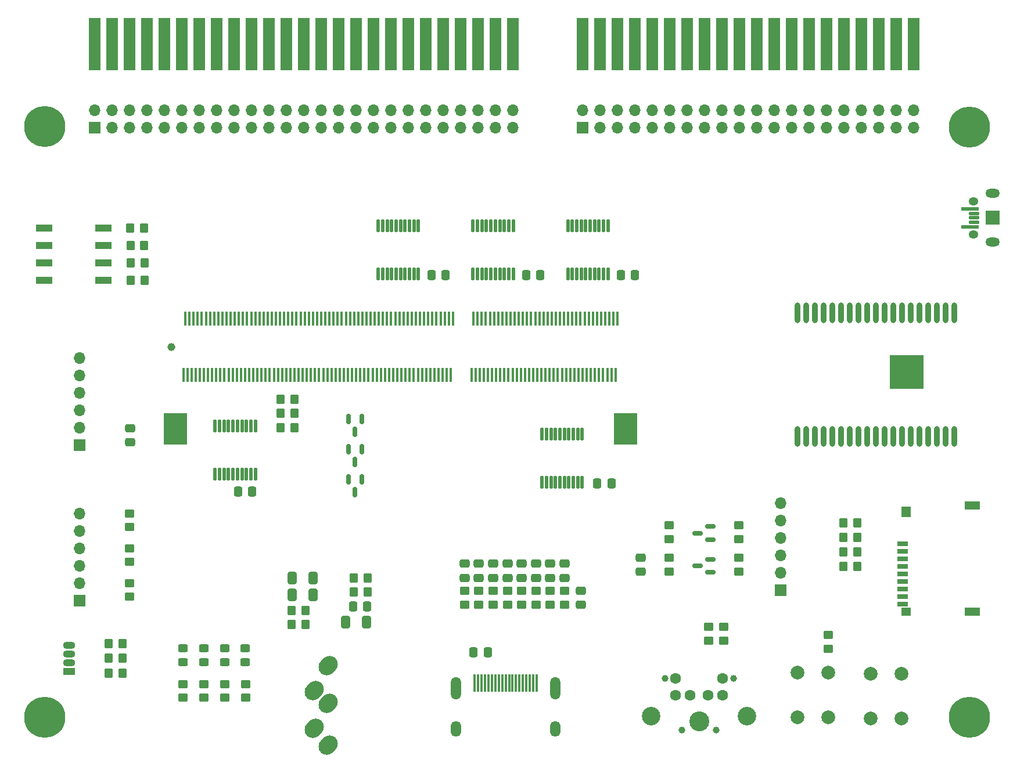
<source format=gbr>
%TF.GenerationSoftware,KiCad,Pcbnew,(6.0.9)*%
%TF.CreationDate,2022-12-28T10:19:49-08:00*%
%TF.ProjectId,NextTRS,4e657874-5452-4532-9e6b-696361645f70,rev?*%
%TF.SameCoordinates,Original*%
%TF.FileFunction,Soldermask,Top*%
%TF.FilePolarity,Negative*%
%FSLAX46Y46*%
G04 Gerber Fmt 4.6, Leading zero omitted, Abs format (unit mm)*
G04 Created by KiCad (PCBNEW (6.0.9)) date 2022-12-28 10:19:49*
%MOMM*%
%LPD*%
G01*
G04 APERTURE LIST*
G04 Aperture macros list*
%AMRoundRect*
0 Rectangle with rounded corners*
0 $1 Rounding radius*
0 $2 $3 $4 $5 $6 $7 $8 $9 X,Y pos of 4 corners*
0 Add a 4 corners polygon primitive as box body*
4,1,4,$2,$3,$4,$5,$6,$7,$8,$9,$2,$3,0*
0 Add four circle primitives for the rounded corners*
1,1,$1+$1,$2,$3*
1,1,$1+$1,$4,$5*
1,1,$1+$1,$6,$7*
1,1,$1+$1,$8,$9*
0 Add four rect primitives between the rounded corners*
20,1,$1+$1,$2,$3,$4,$5,0*
20,1,$1+$1,$4,$5,$6,$7,0*
20,1,$1+$1,$6,$7,$8,$9,0*
20,1,$1+$1,$8,$9,$2,$3,0*%
%AMHorizOval*
0 Thick line with rounded ends*
0 $1 width*
0 $2 $3 position (X,Y) of the first rounded end (center of the circle)*
0 $4 $5 position (X,Y) of the second rounded end (center of the circle)*
0 Add line between two ends*
20,1,$1,$2,$3,$4,$5,0*
0 Add two circle primitives to create the rounded ends*
1,1,$1,$2,$3*
1,1,$1,$4,$5*%
G04 Aperture macros list end*
%ADD10RoundRect,0.150000X0.587500X0.150000X-0.587500X0.150000X-0.587500X-0.150000X0.587500X-0.150000X0*%
%ADD11RoundRect,0.250000X0.350000X0.450000X-0.350000X0.450000X-0.350000X-0.450000X0.350000X-0.450000X0*%
%ADD12RoundRect,0.250000X0.475000X-0.337500X0.475000X0.337500X-0.475000X0.337500X-0.475000X-0.337500X0*%
%ADD13RoundRect,0.250000X-0.450000X0.350000X-0.450000X-0.350000X0.450000X-0.350000X0.450000X0.350000X0*%
%ADD14RoundRect,0.250000X-0.412500X-0.650000X0.412500X-0.650000X0.412500X0.650000X-0.412500X0.650000X0*%
%ADD15RoundRect,0.250000X0.450000X-0.350000X0.450000X0.350000X-0.450000X0.350000X-0.450000X-0.350000X0*%
%ADD16R,2.440000X1.120000*%
%ADD17RoundRect,0.250000X0.450000X-0.325000X0.450000X0.325000X-0.450000X0.325000X-0.450000X-0.325000X0*%
%ADD18RoundRect,0.250000X0.337500X0.475000X-0.337500X0.475000X-0.337500X-0.475000X0.337500X-0.475000X0*%
%ADD19C,0.800000*%
%ADD20C,6.000000*%
%ADD21RoundRect,0.250000X-0.350000X-0.450000X0.350000X-0.450000X0.350000X0.450000X-0.350000X0.450000X0*%
%ADD22RoundRect,0.250000X0.412500X0.650000X-0.412500X0.650000X-0.412500X-0.650000X0.412500X-0.650000X0*%
%ADD23RoundRect,0.250000X-0.475000X0.337500X-0.475000X-0.337500X0.475000X-0.337500X0.475000X0.337500X0*%
%ADD24C,2.000000*%
%ADD25R,1.700000X1.700000*%
%ADD26O,1.700000X1.700000*%
%ADD27HorizOval,2.400000X-0.212132X-0.212132X0.212132X0.212132X0*%
%ADD28RoundRect,0.250000X-0.337500X-0.475000X0.337500X-0.475000X0.337500X0.475000X-0.337500X0.475000X0*%
%ADD29RoundRect,0.150000X-0.150000X0.587500X-0.150000X-0.587500X0.150000X-0.587500X0.150000X0.587500X0*%
%ADD30R,0.300000X2.600000*%
%ADD31O,1.500000X2.300000*%
%ADD32O,1.500000X3.300000*%
%ADD33R,1.600000X0.700000*%
%ADD34R,1.400000X1.600000*%
%ADD35R,2.200000X1.200000*%
%ADD36R,1.400000X1.200000*%
%ADD37RoundRect,0.125000X-0.125000X0.825000X-0.125000X-0.825000X0.125000X-0.825000X0.125000X0.825000X0*%
%ADD38O,0.900000X3.000000*%
%ADD39R,5.000000X5.000000*%
%ADD40O,1.400000X1.200000*%
%ADD41RoundRect,0.050000X1.000000X-1.000000X1.000000X1.000000X-1.000000X1.000000X-1.000000X-1.000000X0*%
%ADD42O,2.100000X1.300000*%
%ADD43RoundRect,0.050000X1.250000X-0.200000X1.250000X0.200000X-1.250000X0.200000X-1.250000X-0.200000X0*%
%ADD44RoundRect,0.050000X0.675000X-0.200000X0.675000X0.200000X-0.675000X0.200000X-0.675000X-0.200000X0*%
%ADD45R,1.778000X7.620000*%
%ADD46R,1.800000X1.070000*%
%ADD47O,1.800000X1.070000*%
%ADD48C,1.600000*%
%ADD49C,1.000000*%
%ADD50C,2.900000*%
%ADD51C,2.700000*%
%ADD52C,1.150000*%
%ADD53R,0.350000X2.000000*%
%ADD54R,3.500000X4.600000*%
G04 APERTURE END LIST*
D10*
%TO.C,Q2*%
X123678833Y-121683200D03*
X123678833Y-119783200D03*
X121803833Y-120733200D03*
%TD*%
D11*
%TO.C,R33*%
X41081200Y-76250800D03*
X39081200Y-76250800D03*
%TD*%
D12*
%TO.C,C17*%
X113504266Y-126363500D03*
X113504266Y-124288500D03*
%TD*%
D13*
%TO.C,R39*%
X52869732Y-142764000D03*
X52869732Y-144764000D03*
%TD*%
D14*
%TO.C,C15*%
X70451999Y-133698599D03*
X73576999Y-133698599D03*
%TD*%
D15*
%TO.C,R8*%
X94081600Y-131175000D03*
X94081600Y-129175000D03*
%TD*%
D13*
%TO.C,R40*%
X55930800Y-142764000D03*
X55930800Y-144764000D03*
%TD*%
D16*
%TO.C,SW3*%
X26581400Y-76250800D03*
X26581400Y-78790800D03*
X26581400Y-81330800D03*
X26581400Y-83870800D03*
X35191400Y-83870800D03*
X35191400Y-81330800D03*
X35191400Y-78790800D03*
X35191400Y-76250800D03*
%TD*%
D11*
%TO.C,R29*%
X63026800Y-101193600D03*
X61026800Y-101193600D03*
%TD*%
D17*
%TO.C,D3*%
X49823666Y-139556600D03*
X49823666Y-137506600D03*
%TD*%
D18*
%TO.C,C16*%
X109241500Y-113487200D03*
X107166500Y-113487200D03*
%TD*%
D13*
%TO.C,R27*%
X117652800Y-124356000D03*
X117652800Y-126356000D03*
%TD*%
D15*
%TO.C,R10*%
X89916000Y-131175000D03*
X89916000Y-129175000D03*
%TD*%
D11*
%TO.C,R35*%
X41182800Y-81330800D03*
X39182800Y-81330800D03*
%TD*%
D17*
%TO.C,D2*%
X46792600Y-139556600D03*
X46792600Y-137506600D03*
%TD*%
D15*
%TO.C,R7*%
X96164400Y-131175000D03*
X96164400Y-129175000D03*
%TD*%
D19*
%TO.C,H3*%
X163033390Y-146033810D03*
X163692400Y-147624800D03*
X159851410Y-149215790D03*
D20*
X161442400Y-147624800D03*
D19*
X161442400Y-149874800D03*
X163033390Y-149215790D03*
X161442400Y-145374800D03*
X159192400Y-147624800D03*
X159851410Y-146033810D03*
%TD*%
D21*
%TO.C,R16*%
X143068800Y-125577600D03*
X145068800Y-125577600D03*
%TD*%
D22*
%TO.C,C12*%
X65787599Y-127314799D03*
X62662599Y-127314799D03*
%TD*%
D23*
%TO.C,C6*%
X91998800Y-125200500D03*
X91998800Y-127275500D03*
%TD*%
D11*
%TO.C,R34*%
X41132000Y-78790800D03*
X39132000Y-78790800D03*
%TD*%
%TO.C,R2*%
X37982400Y-136855200D03*
X35982400Y-136855200D03*
%TD*%
D23*
%TO.C,C4*%
X96164400Y-125200500D03*
X96164400Y-127275500D03*
%TD*%
D15*
%TO.C,R19*%
X127829866Y-126356000D03*
X127829866Y-124356000D03*
%TD*%
D13*
%TO.C,R31*%
X125628400Y-134432800D03*
X125628400Y-136432800D03*
%TD*%
D23*
%TO.C,C3*%
X98247200Y-125200500D03*
X98247200Y-127275500D03*
%TD*%
%TO.C,C7*%
X89916000Y-125200500D03*
X89916000Y-127275500D03*
%TD*%
D19*
%TO.C,H2*%
X159192400Y-61468000D03*
X163033390Y-59877010D03*
X161442400Y-63718000D03*
X159851410Y-59877010D03*
X163692400Y-61468000D03*
X159851410Y-63058990D03*
X163033390Y-63058990D03*
D20*
X161442400Y-61468000D03*
D19*
X161442400Y-59218000D03*
%TD*%
D23*
%TO.C,C1*%
X102412800Y-125200500D03*
X102412800Y-127275500D03*
%TD*%
D24*
%TO.C,SW2*%
X136383200Y-141123600D03*
X136383200Y-147623600D03*
X140883200Y-147623600D03*
X140883200Y-141123600D03*
%TD*%
D25*
%TO.C,J2*%
X105059400Y-61569600D03*
D26*
X105059400Y-59029600D03*
X107599400Y-61569600D03*
X107599400Y-59029600D03*
X110139400Y-61569600D03*
X110139400Y-59029600D03*
X112679400Y-61569600D03*
X112679400Y-59029600D03*
X115219400Y-61569600D03*
X115219400Y-59029600D03*
X117759400Y-61569600D03*
X117759400Y-59029600D03*
X120299400Y-61569600D03*
X120299400Y-59029600D03*
X122839400Y-61569600D03*
X122839400Y-59029600D03*
X125379400Y-61569600D03*
X125379400Y-59029600D03*
X127919400Y-61569600D03*
X127919400Y-59029600D03*
X130459400Y-61569600D03*
X130459400Y-59029600D03*
X132999400Y-61569600D03*
X132999400Y-59029600D03*
X135539400Y-61569600D03*
X135539400Y-59029600D03*
X138079400Y-61569600D03*
X138079400Y-59029600D03*
X140619400Y-61569600D03*
X140619400Y-59029600D03*
X143159400Y-61569600D03*
X143159400Y-59029600D03*
X145699400Y-61569600D03*
X145699400Y-59029600D03*
X148239400Y-61569600D03*
X148239400Y-59029600D03*
X150779400Y-61569600D03*
X150779400Y-59029600D03*
X153319400Y-61569600D03*
X153319400Y-59029600D03*
%TD*%
D27*
%TO.C,J10*%
X65919599Y-143737999D03*
X67919599Y-145537999D03*
X67919599Y-151637999D03*
X65919599Y-149237999D03*
X67919599Y-140037999D03*
%TD*%
D18*
%TO.C,C19*%
X85060700Y-83108800D03*
X82985700Y-83108800D03*
%TD*%
D23*
%TO.C,C8*%
X87833200Y-125200500D03*
X87833200Y-127275500D03*
%TD*%
D28*
%TO.C,C23*%
X89132500Y-138112500D03*
X91207500Y-138112500D03*
%TD*%
D29*
%TO.C,Q3*%
X72832000Y-104066100D03*
X70932000Y-104066100D03*
X71882000Y-105941100D03*
%TD*%
D30*
%TO.C,J7*%
X98327600Y-142619800D03*
X97827600Y-142619800D03*
X97327600Y-142619800D03*
X96827600Y-142619800D03*
X96327600Y-142619800D03*
X95827600Y-142619800D03*
X95327600Y-142619800D03*
X94827600Y-142619800D03*
X94327600Y-142619800D03*
X93827600Y-142619800D03*
X93327600Y-142619800D03*
X92827600Y-142619800D03*
X92327600Y-142619800D03*
X91827600Y-142619800D03*
X91327600Y-142619800D03*
X90827600Y-142619800D03*
X90327600Y-142619800D03*
X89827600Y-142619800D03*
X89327600Y-142619800D03*
D31*
X101077600Y-149339800D03*
X86577600Y-149339800D03*
D32*
X86577600Y-143379800D03*
X101077600Y-143379800D03*
%TD*%
D33*
%TO.C,J9*%
X151715700Y-122260000D03*
X151715700Y-123360000D03*
X151715700Y-124460000D03*
X151715700Y-125560000D03*
X151715700Y-126660000D03*
X151715700Y-127760000D03*
X151715700Y-128860000D03*
X151715700Y-129960000D03*
X151715700Y-131060000D03*
D34*
X152215700Y-117610000D03*
D35*
X161815700Y-116710000D03*
X161815700Y-132210000D03*
D36*
X152215700Y-132210000D03*
%TD*%
D11*
%TO.C,R36*%
X41182800Y-83870800D03*
X39182800Y-83870800D03*
%TD*%
D25*
%TO.C,J8*%
X133900866Y-129039400D03*
D26*
X133900866Y-126499400D03*
X133900866Y-123959400D03*
X133900866Y-121419400D03*
X133900866Y-118879400D03*
X133900866Y-116339400D03*
%TD*%
D21*
%TO.C,R17*%
X143068800Y-121361200D03*
X145068800Y-121361200D03*
%TD*%
D13*
%TO.C,R13*%
X39014400Y-122952000D03*
X39014400Y-124952000D03*
%TD*%
D11*
%TO.C,R26*%
X63026800Y-105359200D03*
X61026800Y-105359200D03*
%TD*%
D29*
%TO.C,Q4*%
X72832000Y-108485700D03*
X70932000Y-108485700D03*
X71882000Y-110360700D03*
%TD*%
D24*
%TO.C,SW1*%
X147000400Y-141276000D03*
X147000400Y-147776000D03*
X151500400Y-147776000D03*
X151500400Y-141276000D03*
%TD*%
D13*
%TO.C,R32*%
X123444000Y-134432800D03*
X123444000Y-136432800D03*
%TD*%
D25*
%TO.C,J5*%
X31705400Y-130556000D03*
D26*
X31705400Y-128016000D03*
X31705400Y-125476000D03*
X31705400Y-122936000D03*
X31705400Y-120396000D03*
X31705400Y-117856000D03*
%TD*%
D21*
%TO.C,R18*%
X143068800Y-119227600D03*
X145068800Y-119227600D03*
%TD*%
D11*
%TO.C,R1*%
X37982400Y-141173200D03*
X35982400Y-141173200D03*
%TD*%
D37*
%TO.C,U3*%
X108741400Y-75900400D03*
X108091400Y-75900400D03*
X107441400Y-75900400D03*
X106791400Y-75900400D03*
X106141400Y-75900400D03*
X105491400Y-75900400D03*
X104841400Y-75900400D03*
X104191400Y-75900400D03*
X103541400Y-75900400D03*
X102891400Y-75900400D03*
X102891400Y-82900400D03*
X103541400Y-82900400D03*
X104191400Y-82900400D03*
X104841400Y-82900400D03*
X105491400Y-82900400D03*
X106141400Y-82900400D03*
X106791400Y-82900400D03*
X107441400Y-82900400D03*
X108091400Y-82900400D03*
X108741400Y-82900400D03*
%TD*%
D10*
%TO.C,Q1*%
X123678833Y-126456000D03*
X123678833Y-124556000D03*
X121803833Y-125506000D03*
%TD*%
D17*
%TO.C,D4*%
X52854732Y-139556600D03*
X52854732Y-137506600D03*
%TD*%
D37*
%TO.C,U4*%
X104982200Y-106278800D03*
X104332200Y-106278800D03*
X103682200Y-106278800D03*
X103032200Y-106278800D03*
X102382200Y-106278800D03*
X101732200Y-106278800D03*
X101082200Y-106278800D03*
X100432200Y-106278800D03*
X99782200Y-106278800D03*
X99132200Y-106278800D03*
X99132200Y-113278800D03*
X99782200Y-113278800D03*
X100432200Y-113278800D03*
X101082200Y-113278800D03*
X101732200Y-113278800D03*
X102382200Y-113278800D03*
X103032200Y-113278800D03*
X103682200Y-113278800D03*
X104332200Y-113278800D03*
X104982200Y-113278800D03*
%TD*%
D38*
%TO.C,U1*%
X159211600Y-88637600D03*
X157941600Y-88637600D03*
X156671600Y-88637600D03*
X155401600Y-88637600D03*
X154131600Y-88637600D03*
X152861600Y-88637600D03*
X151591600Y-88637600D03*
X150321600Y-88637600D03*
X149051600Y-88637600D03*
X147781600Y-88637600D03*
X146511600Y-88637600D03*
X145241600Y-88637600D03*
X143971600Y-88637600D03*
X142701600Y-88637600D03*
X141401600Y-88637600D03*
X140131600Y-88637600D03*
X138861600Y-88637600D03*
X137591600Y-88637600D03*
X136321600Y-88637600D03*
X136321600Y-106637600D03*
X137591600Y-106637600D03*
X138861600Y-106637600D03*
X140131600Y-106637600D03*
X141401600Y-106637600D03*
X142701600Y-106667600D03*
X143971600Y-106667600D03*
X145241600Y-106667600D03*
X146511600Y-106667600D03*
X147781600Y-106667600D03*
X149051600Y-106667600D03*
X150321600Y-106667600D03*
X151591600Y-106667600D03*
X152861600Y-106667600D03*
X154131600Y-106667600D03*
X155401600Y-106667600D03*
X156671600Y-106667600D03*
X157941600Y-106667600D03*
X159211600Y-106667600D03*
D19*
X150301600Y-96237600D03*
X153301600Y-96237600D03*
X153301600Y-97237600D03*
X150301600Y-97237600D03*
X154301600Y-99237600D03*
X154301600Y-95237600D03*
X150301600Y-98237600D03*
X151301600Y-97237600D03*
X152301600Y-99237600D03*
X150301600Y-99237600D03*
X150301600Y-95237600D03*
X152301600Y-98237600D03*
X152301600Y-97237600D03*
X154301600Y-97237600D03*
D39*
X152291600Y-97237600D03*
D19*
X153301600Y-99237600D03*
X151301600Y-99237600D03*
X151301600Y-95237600D03*
X153301600Y-98237600D03*
X154301600Y-98237600D03*
X153301600Y-95237600D03*
X151301600Y-96237600D03*
X152301600Y-96237600D03*
X154301600Y-96237600D03*
X152301600Y-95237600D03*
X151301600Y-98237600D03*
%TD*%
D12*
%TO.C,C21*%
X104775000Y-131212500D03*
X104775000Y-129137500D03*
%TD*%
D15*
%TO.C,R30*%
X140817600Y-137601200D03*
X140817600Y-135601200D03*
%TD*%
D19*
%TO.C,H1*%
X26670000Y-63667200D03*
X25079010Y-63008190D03*
X28920000Y-61417200D03*
D20*
X26670000Y-61417200D03*
D19*
X25079010Y-59826210D03*
X28260990Y-63008190D03*
X28260990Y-59826210D03*
X26670000Y-59167200D03*
X24420000Y-61417200D03*
%TD*%
D11*
%TO.C,R24*%
X73674899Y-129329799D03*
X71674899Y-129329799D03*
%TD*%
D29*
%TO.C,Q5*%
X72832000Y-112905300D03*
X70932000Y-112905300D03*
X71882000Y-114780300D03*
%TD*%
D23*
%TO.C,C5*%
X94081600Y-125200500D03*
X94081600Y-127275500D03*
%TD*%
D13*
%TO.C,R12*%
X39014400Y-117855999D03*
X39014400Y-119855999D03*
%TD*%
D11*
%TO.C,R22*%
X64615499Y-131988399D03*
X62615499Y-131988399D03*
%TD*%
D40*
%TO.C,J12*%
X162019700Y-72301800D03*
D41*
X164769700Y-74726800D03*
D42*
X164769700Y-78301800D03*
X164769700Y-71151800D03*
D40*
X162019700Y-77151800D03*
D43*
X161518500Y-76026800D03*
D44*
X162094700Y-75376800D03*
X162094700Y-74726800D03*
X162094700Y-74076800D03*
D43*
X161518500Y-73426800D03*
%TD*%
D18*
%TO.C,C11*%
X112695900Y-83108800D03*
X110620900Y-83108800D03*
%TD*%
D11*
%TO.C,R28*%
X63026800Y-103276400D03*
X61026800Y-103276400D03*
%TD*%
%TO.C,R23*%
X73674899Y-127246999D03*
X71674899Y-127246999D03*
%TD*%
D15*
%TO.C,R4*%
X102412800Y-131175000D03*
X102412800Y-129175000D03*
%TD*%
D13*
%TO.C,R38*%
X49808666Y-142764000D03*
X49808666Y-144764000D03*
%TD*%
D45*
%TO.C,J4*%
X105054400Y-49428400D03*
X107594400Y-49428400D03*
X110134400Y-49428400D03*
X112674400Y-49428400D03*
X115214400Y-49428400D03*
X117754400Y-49428400D03*
X120294400Y-49428400D03*
X122834400Y-49428400D03*
X125374400Y-49428400D03*
X127914400Y-49428400D03*
X130454400Y-49428400D03*
X132994400Y-49428400D03*
X135534400Y-49428400D03*
X138074400Y-49428400D03*
X140614400Y-49428400D03*
X143154400Y-49428400D03*
X145694400Y-49428400D03*
X148234400Y-49428400D03*
X150774400Y-49428400D03*
X153314400Y-49428400D03*
%TD*%
%TO.C,J3*%
X33909000Y-49428400D03*
X36449000Y-49428400D03*
X38989000Y-49428400D03*
X41529000Y-49428400D03*
X44069000Y-49428400D03*
X46609000Y-49428400D03*
X49149000Y-49428400D03*
X51689000Y-49428400D03*
X54229000Y-49428400D03*
X56769000Y-49428400D03*
X59309000Y-49428400D03*
X61849000Y-49428400D03*
X64389000Y-49428400D03*
X66929000Y-49428400D03*
X69469000Y-49428400D03*
X72009000Y-49428400D03*
X74549000Y-49428400D03*
X77089000Y-49428400D03*
X79629000Y-49428400D03*
X82169000Y-49428400D03*
X84709000Y-49428400D03*
X87249000Y-49428400D03*
X89789000Y-49428400D03*
X92329000Y-49428400D03*
X94869000Y-49428400D03*
%TD*%
D13*
%TO.C,R20*%
X127829866Y-119583200D03*
X127829866Y-121583200D03*
%TD*%
D37*
%TO.C,U2*%
X94923800Y-75900400D03*
X94273800Y-75900400D03*
X93623800Y-75900400D03*
X92973800Y-75900400D03*
X92323800Y-75900400D03*
X91673800Y-75900400D03*
X91023800Y-75900400D03*
X90373800Y-75900400D03*
X89723800Y-75900400D03*
X89073800Y-75900400D03*
X89073800Y-82900400D03*
X89723800Y-82900400D03*
X90373800Y-82900400D03*
X91023800Y-82900400D03*
X91673800Y-82900400D03*
X92323800Y-82900400D03*
X92973800Y-82900400D03*
X93623800Y-82900400D03*
X94273800Y-82900400D03*
X94923800Y-82900400D03*
%TD*%
D23*
%TO.C,C2*%
X100330000Y-125200500D03*
X100330000Y-127275500D03*
%TD*%
D46*
%TO.C,D1*%
X30224000Y-140890800D03*
D47*
X30224000Y-139620800D03*
X30224000Y-138350800D03*
X30224000Y-137080800D03*
%TD*%
D48*
%TO.C,J11*%
X123321600Y-144409600D03*
X120721600Y-144409600D03*
X125421600Y-144409600D03*
X118621600Y-144409600D03*
X125421600Y-141909600D03*
X118621600Y-141909600D03*
D49*
X124521600Y-149509600D03*
X119521600Y-149509600D03*
X127021600Y-141909600D03*
X117021600Y-141909600D03*
D50*
X122021600Y-148209600D03*
D51*
X129021600Y-147409600D03*
X115021600Y-147409600D03*
%TD*%
D52*
%TO.C,Conn1*%
X45086000Y-93569700D03*
D53*
X110136000Y-89469700D03*
X109836000Y-97669700D03*
X109536000Y-89469700D03*
X109236000Y-97669700D03*
X108936000Y-89469700D03*
X108636000Y-97669700D03*
X108336000Y-89469700D03*
X108036000Y-97669700D03*
X107736000Y-89469700D03*
X107436000Y-97669700D03*
X107136000Y-89469700D03*
X106836000Y-97669700D03*
X106536000Y-89469700D03*
X106236000Y-97669700D03*
X105936000Y-89469700D03*
X105636000Y-97669700D03*
X105336000Y-89469700D03*
X105036000Y-97669700D03*
X104736000Y-89469700D03*
X104436000Y-97669700D03*
X104136000Y-89469700D03*
X103836000Y-97669700D03*
X103536000Y-89469700D03*
X103236000Y-97669700D03*
X102936000Y-89469700D03*
X102636000Y-97669700D03*
X102336000Y-89469700D03*
X102036000Y-97669700D03*
X101736000Y-89469700D03*
X101436000Y-97669700D03*
X101136000Y-89469700D03*
X100836000Y-97669700D03*
X100536000Y-89469700D03*
X100236000Y-97669700D03*
X99936000Y-89469700D03*
X99636000Y-97669700D03*
X99336000Y-89469700D03*
X99036000Y-97669700D03*
X98736000Y-89469700D03*
X98436000Y-97669700D03*
X98136000Y-89469700D03*
X97836000Y-97669700D03*
X97536000Y-89469700D03*
X97236000Y-97669700D03*
X96936000Y-89469700D03*
X96636000Y-97669700D03*
X96336000Y-89469700D03*
X96036000Y-97669700D03*
X95736000Y-89469700D03*
X95436000Y-97669700D03*
X95136000Y-89469700D03*
X94836000Y-97669700D03*
X94536000Y-89469700D03*
X94236000Y-97669700D03*
X93936000Y-89469700D03*
X93636000Y-97669700D03*
X93336000Y-89469700D03*
X93036000Y-97669700D03*
X92736000Y-89469700D03*
X92436000Y-97669700D03*
X92136000Y-89469700D03*
X91836000Y-97669700D03*
X91536000Y-89469700D03*
X91236000Y-97669700D03*
X90936000Y-89469700D03*
X90636000Y-97669700D03*
X90336000Y-89469700D03*
X90036000Y-97669700D03*
X89736000Y-89469700D03*
X89436000Y-97669700D03*
X89136000Y-89469700D03*
X88836000Y-97669700D03*
X86136000Y-89469700D03*
X85836000Y-97669700D03*
X85536000Y-89469700D03*
X85236000Y-97669700D03*
X84936000Y-89469700D03*
X84636000Y-97669700D03*
X84336000Y-89469700D03*
X84036000Y-97669700D03*
X83736000Y-89469700D03*
X83436000Y-97669700D03*
X83136000Y-89469700D03*
X82836000Y-97669700D03*
X82536000Y-89469700D03*
X82236000Y-97669700D03*
X81936000Y-89469700D03*
X81636000Y-97669700D03*
X81336000Y-89469700D03*
X81036000Y-97669700D03*
X80736000Y-89469700D03*
X80436000Y-97669700D03*
X80136000Y-89469700D03*
X79836000Y-97669700D03*
X79536000Y-89469700D03*
X79236000Y-97669700D03*
X78936000Y-89469700D03*
X78636000Y-97669700D03*
X78336000Y-89469700D03*
X78036000Y-97669700D03*
X77736000Y-89469700D03*
X77436000Y-97669700D03*
X77136000Y-89469700D03*
X76836000Y-97669700D03*
X76536000Y-89469700D03*
X76236000Y-97669700D03*
X75936000Y-89469700D03*
X75636000Y-97669700D03*
X75336000Y-89469700D03*
X75036000Y-97669700D03*
X74736000Y-89469700D03*
X74436000Y-97669700D03*
X74136000Y-89469700D03*
X73836000Y-97669700D03*
X73536000Y-89469700D03*
X73236000Y-97669700D03*
X72936000Y-89469700D03*
X72636000Y-97669700D03*
X72336000Y-89469700D03*
X72036000Y-97669700D03*
X71736000Y-89469700D03*
X71436000Y-97669700D03*
X71136000Y-89469700D03*
X70836000Y-97669700D03*
X70536000Y-89469700D03*
X70236000Y-97669700D03*
X69936000Y-89469700D03*
X69636000Y-97669700D03*
X69336000Y-89469700D03*
X69036000Y-97669700D03*
X68736000Y-89469700D03*
X68436000Y-97669700D03*
X68136000Y-89469700D03*
X67836000Y-97669700D03*
X67536000Y-89469700D03*
X67236000Y-97669700D03*
X66936000Y-89469700D03*
X66636000Y-97669700D03*
X66336000Y-89469700D03*
X66036000Y-97669700D03*
X65736000Y-89469700D03*
X65436000Y-97669700D03*
X65136000Y-89469700D03*
X64836000Y-97669700D03*
X64536000Y-89469700D03*
X64236000Y-97669700D03*
X63936000Y-89469700D03*
X63636000Y-97669700D03*
X63336000Y-89469700D03*
X63036000Y-97669700D03*
X62736000Y-89469700D03*
X62436000Y-97669700D03*
X62136000Y-89469700D03*
X61836000Y-97669700D03*
X61536000Y-89469700D03*
X61236000Y-97669700D03*
X60936000Y-89469700D03*
X60636000Y-97669700D03*
X60336000Y-89469700D03*
X60036000Y-97669700D03*
X59736000Y-89469700D03*
X59436000Y-97669700D03*
X59136000Y-89469700D03*
X58836000Y-97669700D03*
X58536000Y-89469700D03*
X58236000Y-97669700D03*
X57936000Y-89469700D03*
X57636000Y-97669700D03*
X57336000Y-89469700D03*
X57036000Y-97669700D03*
X56736000Y-89469700D03*
X56436000Y-97669700D03*
X56136000Y-89469700D03*
X55836000Y-97669700D03*
X55536000Y-89469700D03*
X55236000Y-97669700D03*
X54936000Y-89469700D03*
X54636000Y-97669700D03*
X54336000Y-89469700D03*
X54036000Y-97669700D03*
X53736000Y-89469700D03*
X53436000Y-97669700D03*
X53136000Y-89469700D03*
X52836000Y-97669700D03*
X52536000Y-89469700D03*
X52236000Y-97669700D03*
X51936000Y-89469700D03*
X51636000Y-97669700D03*
X51336000Y-89469700D03*
X51036000Y-97669700D03*
X50736000Y-89469700D03*
X50436000Y-97669700D03*
X50136000Y-89469700D03*
X49836000Y-97669700D03*
X49536000Y-89469700D03*
X49236000Y-97669700D03*
X48936000Y-89469700D03*
X48636000Y-97669700D03*
X48336000Y-89469700D03*
X48036000Y-97669700D03*
X47736000Y-89469700D03*
X47436000Y-97669700D03*
X47136000Y-89469700D03*
X46836000Y-97669700D03*
D54*
X111286000Y-105569700D03*
X45686000Y-105569700D03*
%TD*%
D13*
%TO.C,R37*%
X46747600Y-142764000D03*
X46747600Y-144764000D03*
%TD*%
D15*
%TO.C,R5*%
X100330000Y-131175000D03*
X100330000Y-129175000D03*
%TD*%
D11*
%TO.C,R3*%
X37982400Y-138988800D03*
X35982400Y-138988800D03*
%TD*%
D25*
%TO.C,J1*%
X33883600Y-61569600D03*
D26*
X33883600Y-59029600D03*
X36423600Y-61569600D03*
X36423600Y-59029600D03*
X38963600Y-61569600D03*
X38963600Y-59029600D03*
X41503600Y-61569600D03*
X41503600Y-59029600D03*
X44043600Y-61569600D03*
X44043600Y-59029600D03*
X46583600Y-61569600D03*
X46583600Y-59029600D03*
X49123600Y-61569600D03*
X49123600Y-59029600D03*
X51663600Y-61569600D03*
X51663600Y-59029600D03*
X54203600Y-61569600D03*
X54203600Y-59029600D03*
X56743600Y-61569600D03*
X56743600Y-59029600D03*
X59283600Y-61569600D03*
X59283600Y-59029600D03*
X61823600Y-61569600D03*
X61823600Y-59029600D03*
X64363600Y-61569600D03*
X64363600Y-59029600D03*
X66903600Y-61569600D03*
X66903600Y-59029600D03*
X69443600Y-61569600D03*
X69443600Y-59029600D03*
X71983600Y-61569600D03*
X71983600Y-59029600D03*
X74523600Y-61569600D03*
X74523600Y-59029600D03*
X77063600Y-61569600D03*
X77063600Y-59029600D03*
X79603600Y-61569600D03*
X79603600Y-59029600D03*
X82143600Y-61569600D03*
X82143600Y-59029600D03*
X84683600Y-61569600D03*
X84683600Y-59029600D03*
X87223600Y-61569600D03*
X87223600Y-59029600D03*
X89763600Y-61569600D03*
X89763600Y-59029600D03*
X92303600Y-61569600D03*
X92303600Y-59029600D03*
X94843600Y-61569600D03*
X94843600Y-59029600D03*
%TD*%
D15*
%TO.C,R25*%
X117652800Y-121583200D03*
X117652800Y-119583200D03*
%TD*%
D17*
%TO.C,D5*%
X55885800Y-139556600D03*
X55885800Y-137506600D03*
%TD*%
D15*
%TO.C,R11*%
X87833200Y-131175000D03*
X87833200Y-129175000D03*
%TD*%
%TO.C,R9*%
X91998800Y-131175000D03*
X91998800Y-129175000D03*
%TD*%
D25*
%TO.C,J6*%
X31705400Y-107899200D03*
D26*
X31705400Y-105359200D03*
X31705400Y-102819200D03*
X31705400Y-100279200D03*
X31705400Y-97739200D03*
X31705400Y-95199200D03*
%TD*%
D18*
%TO.C,C18*%
X56866700Y-114655600D03*
X54791700Y-114655600D03*
%TD*%
D13*
%TO.C,R14*%
X39014400Y-128032000D03*
X39014400Y-130032000D03*
%TD*%
D37*
%TO.C,U5*%
X57331800Y-105110400D03*
X56681800Y-105110400D03*
X56031800Y-105110400D03*
X55381800Y-105110400D03*
X54731800Y-105110400D03*
X54081800Y-105110400D03*
X53431800Y-105110400D03*
X52781800Y-105110400D03*
X52131800Y-105110400D03*
X51481800Y-105110400D03*
X51481800Y-112110400D03*
X52131800Y-112110400D03*
X52781800Y-112110400D03*
X53431800Y-112110400D03*
X54081800Y-112110400D03*
X54731800Y-112110400D03*
X55381800Y-112110400D03*
X56031800Y-112110400D03*
X56681800Y-112110400D03*
X57331800Y-112110400D03*
%TD*%
D19*
%TO.C,H4*%
X26670000Y-149874800D03*
X28920000Y-147624800D03*
X25079010Y-146033810D03*
X26670000Y-145374800D03*
X25079010Y-149215790D03*
X28260990Y-149215790D03*
D20*
X26670000Y-147624800D03*
D19*
X24420000Y-147624800D03*
X28260990Y-146033810D03*
%TD*%
D18*
%TO.C,C10*%
X98878300Y-83108800D03*
X96803300Y-83108800D03*
%TD*%
D21*
%TO.C,R15*%
X143068800Y-123494800D03*
X145068800Y-123494800D03*
%TD*%
D15*
%TO.C,R6*%
X98247200Y-131175000D03*
X98247200Y-129175000D03*
%TD*%
D21*
%TO.C,R21*%
X62615499Y-134020399D03*
X64615499Y-134020399D03*
%TD*%
D37*
%TO.C,U6*%
X81106200Y-75900400D03*
X80456200Y-75900400D03*
X79806200Y-75900400D03*
X79156200Y-75900400D03*
X78506200Y-75900400D03*
X77856200Y-75900400D03*
X77206200Y-75900400D03*
X76556200Y-75900400D03*
X75906200Y-75900400D03*
X75256200Y-75900400D03*
X75256200Y-82900400D03*
X75906200Y-82900400D03*
X76556200Y-82900400D03*
X77206200Y-82900400D03*
X77856200Y-82900400D03*
X78506200Y-82900400D03*
X79156200Y-82900400D03*
X79806200Y-82900400D03*
X80456200Y-82900400D03*
X81106200Y-82900400D03*
%TD*%
D23*
%TO.C,C9*%
X39116000Y-105439300D03*
X39116000Y-107514300D03*
%TD*%
D18*
%TO.C,C13*%
X73661599Y-131412599D03*
X71586599Y-131412599D03*
%TD*%
D14*
%TO.C,C14*%
X62662599Y-129753199D03*
X65787599Y-129753199D03*
%TD*%
M02*

</source>
